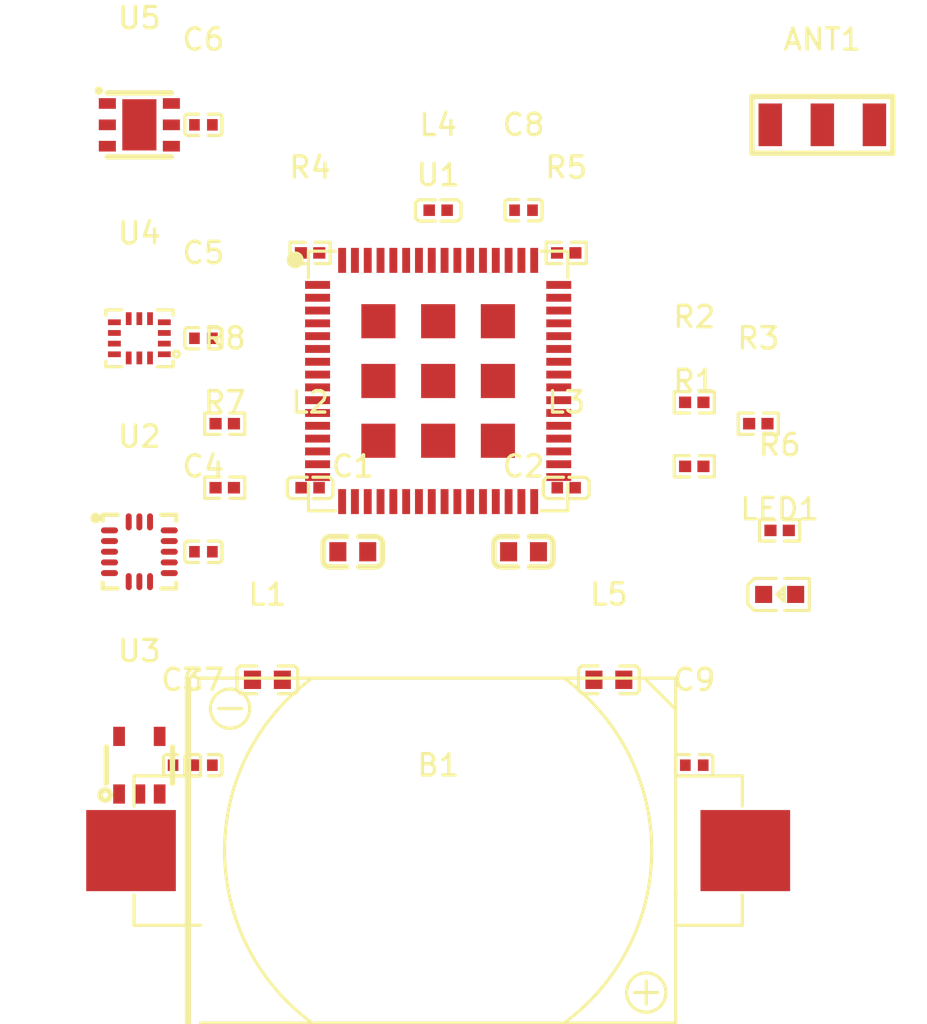
<source format=kicad_pcb>
(kicad_pcb (version 20241229) (generator "atopile") (generator_version "0.12.4")
  (layers (0 "F.Cu" signal) (31 "B.Cu" signal) (34 "B.Paste" user) (35 "F.Paste" user) (36 "B.SilkS" user "B.Silkscreen") (37 "F.SilkS" user "F.Silkscreen") (38 "B.Mask" user) (39 "F.Mask" user) (44 "Edge.Cuts" user))
  (net 0 "")
  (net 1 "PC13")
  (net 2 "PA2_UART2_TX")
  (net 3 "PA3_UART2_RX")
  (net 4 "PC0")
  (net 7 "VLXSMPS")
  (net 8 "PC6")
  (net 9 "PC4")
  (net 11 "PB7_UART1_RX")
  (net 18 "PA4")
  (net 19 "PA5")
  (net 20 "PB9")
  (net 22 "PB15")
  (net 23 "swdio")
  (net 26 "PC1")
  (net 29 "swclk")
  (net 30 "PC5")
  (net 31 "VREFpos")
  (net 32 "VFBSMPS")
  (net 39 "PC3")
  (net 6 "PB1")
  (net 41 "PA10")
  (net 43 "PA7")
  (net 44 "PB13")
  (net 45 "PB10")
  (net 47 "PA6")
  (net 48 "footprint-net-3")
  (net 50 "footprint-net-2")
  (net 51 "PB14")
  (net 52 "VDDMPS")
  (net 53 "PB12")
  (net 56 "PA8")
  (net 57 "nrst")
  (net 58 "PC2")
  (net 59 "PA11")
  (net 60 "PA9")
  (net 61 "PB11")
  (net 62 "BOOT0")
  (net 65 "PA12")
  (net 12 "footprint-net-0")
  (net 66 "footprint-net-1")
  (net 94 "ADC1")
  (net 95 "vbat")
  (net 96 "footprint-SDO_SA0-1")
  (net 97 "footprint-INT2-1")
  (net 99 "activation")
  (net 100 "footprint-CS-0")
  (net 101 "footprint-net-5")
  (net 102 "A")
  (net 103 "ADC2")
  (net 104 "SCX")
  (net 105 "led_status")
  (net 106 "footprint-CS-1")
  (net 107 "gnd")
  (net 108 "CS_AUX")
  (net 109 "INT1")
  (net 110 "RES")
  (net 111 "adc_ntc")
  (net 112 "footprint-INT2-0")
  (net 113 "footprint-net-4")
  (net 115 "ADC3")
  (net 116 "vcc")
  (net 117 "SDX")
  (net 118 "footprint-SDO_SA0-0")
  (net 119 "SDO_SUX")
  (net 15 "Dummy")
  (net 16 "Feed")
  (net 17 "RF_OUT")
  (net 5 "i2c_scl")
  (net 21 "i2c_sda")
  (net 10 "ADDR")
  (net 14 "EP")
  (net 24 "DRDY_INT")
  (footprint "RAKwireless_RAK3172_SIP_8_SM_NI:LGA-73_L12.0-W12.0-P0.60-TL" (layer "F.Cu") (at 0 0 0)
    (property "Reference" "U1" (at 0 -9.65 0) (layer "F.SilkS") (hide no))
    (property "Value" "")
    (fp_text user "${REFERENCE}" (at 0 -9.65 0) (layer "F.SilkS"))
    (pad "1" smd rect (at -5.65 -4.5 0) (size 1.17 0.37) (layers "F.Cu" "F.Paste" "F.Mask") (net 23 "swdio"))
    (pad "2" smd rect (at -5.65 -3.9 0) (size 1.17 0.37) (layers "F.Cu" "F.Paste" "F.Mask") (net 29 "swclk"))
    (pad "3" smd rect (at -5.65 -3.3 0) (size 1.17 0.37) (layers "F.Cu" "F.Paste" "F.Mask") (net 116 "vcc"))
    (pad "4" smd rect (at -5.65 -2.7 0) (size 1.17 0.37) (layers "F.Cu" "F.Paste" "F.Mask") (net 95 "vbat"))
    (pad "5" smd rect (at -5.65 -2.1 0) (size 1.17 0.37) (layers "F.Cu" "F.Paste" "F.Mask") (net 1 "PC13"))
    (pad "6" smd rect (at -5.65 -1.5 0) (size 1.17 0.37) (layers "F.Cu" "F.Paste" "F.Mask") (net 31 "VREFpos"))
    (pad "7" smd rect (at -5.65 -0.9 0) (size 1.17 0.37) (layers "F.Cu" "F.Paste" "F.Mask") (net 116 "vcc"))
    (pad "8" smd rect (at -5.65 -0.3 0) (size 1.17 0.37) (layers "F.Cu" "F.Paste" "F.Mask") (net 5 "i2c_scl"))
    (pad "9" smd rect (at -5.65 0.3 0) (size 1.17 0.37) (layers "F.Cu" "F.Paste" "F.Mask") (net 22 "PB15"))
    (pad "10" smd rect (at -5.65 0.9 0) (size 1.17 0.37) (layers "F.Cu" "F.Paste" "F.Mask") (net 32 "VFBSMPS"))
    (pad "11" smd rect (at -5.65 1.5 0) (size 1.17 0.37) (layers "F.Cu" "F.Paste" "F.Mask") (net 52 "VDDMPS"))
    (pad "12" smd rect (at -5.65 2.1 0) (size 1.17 0.37) (layers "F.Cu" "F.Paste" "F.Mask") (net 107 "gnd"))
    (pad "13" smd rect (at -5.65 2.7 0) (size 1.17 0.37) (layers "F.Cu" "F.Paste" "F.Mask") (net 7 "VLXSMPS"))
    (pad "14" smd rect (at -5.65 3.3 0) (size 1.17 0.37) (layers "F.Cu" "F.Paste" "F.Mask") (net 97 "footprint-INT2-1"))
    (pad "15" smd rect (at -5.65 3.9 0) (size 1.17 0.37) (layers "F.Cu" "F.Paste" "F.Mask") (net 109 "INT1"))
    (pad "16" smd rect (at -5.65 4.5 0) (size 1.17 0.37) (layers "F.Cu" "F.Paste" "F.Mask") (net 105 "led_status"))
    (pad "17" smd rect (at -4.5 5.65 0) (size 0.37 1.17) (layers "F.Cu" "F.Paste" "F.Mask") (net 21 "i2c_sda"))
    (pad "18" smd rect (at -3.9 5.65 0) (size 0.37 1.17) (layers "F.Cu" "F.Paste" "F.Mask") (net 11 "PB7_UART1_RX"))
    (pad "19" smd rect (at -3.3 5.65 0) (size 0.37 1.17) (layers "F.Cu" "F.Paste" "F.Mask") (net 24 "DRDY_INT"))
    (pad "20" smd rect (at -2.7 5.65 0) (size 0.37 1.17) (layers "F.Cu" "F.Paste" "F.Mask") (net 20 "PB9"))
    (pad "21" smd rect (at -2.1 5.65 0) (size 0.37 1.17) (layers "F.Cu" "F.Paste" "F.Mask") (net 4 "PC0"))
    (pad "22" smd rect (at -1.5 5.65 0) (size 0.37 1.17) (layers "F.Cu" "F.Paste" "F.Mask") (net 26 "PC1"))
    (pad "23" smd rect (at -0.9 5.65 0) (size 0.37 1.17) (layers "F.Cu" "F.Paste" "F.Mask") (net 58 "PC2"))
    (pad "24" smd rect (at -0.3 5.65 0) (size 0.37 1.17) (layers "F.Cu" "F.Paste" "F.Mask") (net 39 "PC3"))
    (pad "25" smd rect (at 0.3 5.65 0) (size 0.37 1.17) (layers "F.Cu" "F.Paste" "F.Mask") (net 9 "PC4"))
    (pad "26" smd rect (at 0.9 5.65 0) (size 0.37 1.17) (layers "F.Cu" "F.Paste" "F.Mask") (net 30 "PC5"))
    (pad "27" smd rect (at 1.5 5.65 0) (size 0.37 1.17) (layers "F.Cu" "F.Paste" "F.Mask") (net 8 "PC6"))
    (pad "28" smd rect (at 2.1 5.65 0) (size 0.37 1.17) (layers "F.Cu" "F.Paste" "F.Mask") (net 107 "gnd"))
    (pad "29" smd rect (at 2.7 5.65 0) (size 0.37 1.17) (layers "F.Cu" "F.Paste" "F.Mask") (net 2 "PA2_UART2_TX"))
    (pad "30" smd rect (at 3.3 5.65 0) (size 0.37 1.17) (layers "F.Cu" "F.Paste" "F.Mask") (net 3 "PA3_UART2_RX"))
    (pad "31" smd rect (at 3.9 5.65 0) (size 0.37 1.17) (layers "F.Cu" "F.Paste" "F.Mask") (net 18 "PA4"))
    (pad "32" smd rect (at 4.5 5.65 0) (size 0.37 1.17) (layers "F.Cu" "F.Paste" "F.Mask") (net 19 "PA5"))
    (pad "33" smd rect (at 5.65 4.5 0) (size 1.17 0.37) (layers "F.Cu" "F.Paste" "F.Mask") (net 47 "PA6"))
    (pad "34" smd rect (at 5.65 3.9 0) (size 1.17 0.37) (layers "F.Cu" "F.Paste" "F.Mask") (net 43 "PA7"))
    (pad "35" smd rect (at 5.65 3.3 0) (size 1.17 0.37) (layers "F.Cu" "F.Paste" "F.Mask") (net 107 "gnd"))
    (pad "36" smd rect (at 5.65 2.7 0) (size 1.17 0.37) (layers "F.Cu" "F.Paste" "F.Mask") (net 107 "gnd"))
    (pad "37" smd rect (at 5.65 2.1 0) (size 1.17 0.37) (layers "F.Cu" "F.Paste" "F.Mask") (net 17 "RF_OUT"))
    (pad "38" smd rect (at 5.65 1.5 0) (size 1.17 0.37) (layers "F.Cu" "F.Paste" "F.Mask") (net 107 "gnd"))
    (pad "39" smd rect (at 5.65 0.9 0) (size 1.17 0.37) (layers "F.Cu" "F.Paste" "F.Mask") (net 107 "gnd"))
    (pad "40" smd rect (at 5.65 0.3 0) (size 1.17 0.37) (layers "F.Cu" "F.Paste" "F.Mask") (net 50 "footprint-net-2"))
    (pad "41" smd rect (at 5.65 -0.3 0) (size 1.17 0.37) (layers "F.Cu" "F.Paste" "F.Mask") (net 48 "footprint-net-3"))
    (pad "42" smd rect (at 5.65 -0.9 0) (size 1.17 0.37) (layers "F.Cu" "F.Paste" "F.Mask") (net 99 "activation"))
    (pad "43" smd rect (at 5.65 -1.5 0) (size 1.17 0.37) (layers "F.Cu" "F.Paste" "F.Mask") (net 62 "BOOT0"))
    (pad "44" smd rect (at 5.65 -2.1 0) (size 1.17 0.37) (layers "F.Cu" "F.Paste" "F.Mask") (net 57 "nrst"))
    (pad "45" smd rect (at 5.65 -2.7 0) (size 1.17 0.37) (layers "F.Cu" "F.Paste" "F.Mask") (net 111 "adc_ntc"))
    (pad "46" smd rect (at 5.65 -3.3 0) (size 1.17 0.37) (layers "F.Cu" "F.Paste" "F.Mask") (net 107 "gnd"))
    (pad "47" smd rect (at 5.65 -3.9 0) (size 1.17 0.37) (layers "F.Cu" "F.Paste" "F.Mask") (net 107 "gnd"))
    (pad "48" smd rect (at 5.65 -4.5 0) (size 1.17 0.37) (layers "F.Cu" "F.Paste" "F.Mask") (net 61 "PB11"))
    (pad "49" smd rect (at 4.5 -5.65 0) (size 0.37 1.17) (layers "F.Cu" "F.Paste" "F.Mask") (net 45 "PB10"))
    (pad "50" smd rect (at 3.9 -5.65 0) (size 0.37 1.17) (layers "F.Cu" "F.Paste" "F.Mask") (net 60 "PA9"))
    (pad "51" smd rect (at 3.3 -5.65 0) (size 0.37 1.17) (layers "F.Cu" "F.Paste" "F.Mask") (net 56 "PA8"))
    (pad "52" smd rect (at 2.7 -5.65 0) (size 0.37 1.17) (layers "F.Cu" "F.Paste" "F.Mask") (net 107 "gnd"))
    (pad "53" smd rect (at 2.1 -5.65 0) (size 0.37 1.17) (layers "F.Cu" "F.Paste" "F.Mask") (net 116 "vcc"))
    (pad "54" smd rect (at 1.5 -5.65 0) (size 0.37 1.17) (layers "F.Cu" "F.Paste" "F.Mask") (net 116 "vcc"))
    (pad "55" smd rect (at 0.9 -5.65 0) (size 0.37 1.17) (layers "F.Cu" "F.Paste" "F.Mask") (net 116 "vcc"))
    (pad "56" smd rect (at 0.3 -5.65 0) (size 0.37 1.17) (layers "F.Cu" "F.Paste" "F.Mask") (net 107 "gnd"))
    (pad "57" smd rect (at -0.3 -5.65 0) (size 0.37 1.17) (layers "F.Cu" "F.Paste" "F.Mask") (net 6 "PB1"))
    (pad "58" smd rect (at -0.9 -5.65 0) (size 0.37 1.17) (layers "F.Cu" "F.Paste" "F.Mask") (net 112 "footprint-INT2-0"))
    (pad "59" smd rect (at -1.5 -5.65 0) (size 0.37 1.17) (layers "F.Cu" "F.Paste" "F.Mask") (net 53 "PB12"))
    (pad "60" smd rect (at -2.1 -5.65 0) (size 0.37 1.17) (layers "F.Cu" "F.Paste" "F.Mask") (net 44 "PB13"))
    (pad "61" smd rect (at -2.7 -5.65 0) (size 0.37 1.17) (layers "F.Cu" "F.Paste" "F.Mask") (net 51 "PB14"))
    (pad "62" smd rect (at -3.3 -5.65 0) (size 0.37 1.17) (layers "F.Cu" "F.Paste" "F.Mask") (net 41 "PA10"))
    (pad "63" smd rect (at -3.9 -5.65 0) (size 0.37 1.17) (layers "F.Cu" "F.Paste" "F.Mask") (net 59 "PA11"))
    (pad "64" smd rect (at -4.5 -5.65 0) (size 0.37 1.17) (layers "F.Cu" "F.Paste" "F.Mask") (net 65 "PA12"))
    (pad "65" smd rect (at -2.8 -2.8 0) (size 1.6 1.6) (layers "F.Cu" "F.Paste" "F.Mask") (net 107 "gnd"))
    (pad "66" smd rect (at 0 -2.8 0) (size 1.6 1.6) (layers "F.Cu" "F.Paste" "F.Mask") (net 107 "gnd"))
    (pad "67" smd rect (at 2.8 -2.8 0) (size 1.6 1.6) (layers "F.Cu" "F.Paste" "F.Mask") (net 107 "gnd"))
    (pad "68" smd rect (at -2.8 0 0) (size 1.6 1.6) (layers "F.Cu" "F.Paste" "F.Mask") (net 107 "gnd"))
    (pad "69" smd rect (at 0 0 0) (size 1.6 1.6) (layers "F.Cu" "F.Paste" "F.Mask") (net 107 "gnd"))
    (pad "70" smd rect (at 2.8 0 0) (size 1.6 1.6) (layers "F.Cu" "F.Paste" "F.Mask") (net 107 "gnd"))
    (pad "71" smd rect (at -2.8 2.8 0) (size 1.6 1.6) (layers "F.Cu" "F.Paste" "F.Mask") (net 107 "gnd"))
    (pad "72" smd rect (at 0 2.8 0) (size 1.6 1.6) (layers "F.Cu" "F.Paste" "F.Mask") (net 107 "gnd"))
    (pad "73" smd rect (at 2.8 2.8 0) (size 1.6 1.6) (layers "F.Cu" "F.Paste" "F.Mask") (net 107 "gnd"))
  )
  (footprint "Murata_Electronics_GRM155R61A475KEAAD:C0402" (layer "F.Cu") (at -12 18 0)
    (property "Reference" "C3" (at 0 -4 0) (layer "F.SilkS") (hide no))
    (property "Value" "4.7µF ±10% 10V X5R")
    (fp_text user "${REFERENCE}" (at 0 -4 0) (layer "F.SilkS"))
    (pad "2" smd rect (at 0.42 0 0) (size 0.5 0.54) (layers "F.Cu" "F.Paste" "F.Mask") (net 107 "gnd"))
    (pad "1" smd rect (at -0.42 0 0) (size 0.5 0.54) (layers "F.Cu" "F.Paste" "F.Mask") (net 116 "vcc"))
  )
  (footprint "YAGEO_CC0402KRX7R9BB104:C0402" (layer "F.Cu") (at -11 8 0)
    (property "Reference" "C4" (at 0 -4 0) (layer "F.SilkS") (hide no))
    (property "Value" "100nF ±10% 50V X7R")
    (fp_text user "${REFERENCE}" (at 0 -4 0) (layer "F.SilkS"))
    (pad "2" smd rect (at 0.42 0 0) (size 0.5 0.54) (layers "F.Cu" "F.Paste" "F.Mask") (net 107 "gnd"))
    (pad "1" smd rect (at -0.42 0 0) (size 0.5 0.54) (layers "F.Cu" "F.Paste" "F.Mask") (net 116 "vcc"))
  )
  (footprint "Murata_Electronics_GRM155R61A475KEAAD:C0402" (layer "F.Cu") (at 12 18 0)
    (property "Reference" "C9" (at 0 -4 0) (layer "F.SilkS") (hide no))
    (property "Value" "4.7µF ±10% 10V X5R")
    (fp_text user "${REFERENCE}" (at 0 -4 0) (layer "F.SilkS"))
    (pad "2" smd rect (at 0.42 0 0) (size 0.5 0.54) (layers "F.Cu" "F.Paste" "F.Mask") (net 107 "gnd"))
    (pad "1" smd rect (at -0.42 0 0) (size 0.5 0.54) (layers "F.Cu" "F.Paste" "F.Mask") (net 116 "vcc"))
  )
  (footprint "Murata_Electronics_LQM18FN100M00D:L0603" (layer "F.Cu") (at -8 14 0)
    (property "Reference" "L1" (at 0 -4 0) (layer "F.SilkS") (hide no))
    (property "Value" "10µH ±20% 30MHz 50mA 1.17Ω")
    (fp_text user "${REFERENCE}" (at 0 -4 0) (layer "F.SilkS"))
    (pad "1" smd rect (at -0.7 0 180) (size 0.8 0.86) (layers "F.Cu" "F.Paste" "F.Mask") (net 116 "vcc"))
    (pad "2" smd rect (at 0.7 0 180) (size 0.8 0.86) (layers "F.Cu" "F.Paste" "F.Mask") (net 116 "vcc"))
  )
  (footprint "YAGEO_RC0402FR_0710KL:R0402" (layer "F.Cu") (at 12 4 0)
    (property "Reference" "R1" (at 0 -4 0) (layer "F.SilkS") (hide no))
    (property "Value" "10kΩ ±1% 62.5mW")
    (fp_text user "${REFERENCE}" (at 0 -4 0) (layer "F.SilkS"))
    (pad "2" smd rect (at 0.43 0 0) (size 0.57 0.54) (layers "F.Cu" "F.Paste" "F.Mask") (net 107 "gnd"))
    (pad "1" smd rect (at -0.43 0 0) (size 0.57 0.54) (layers "F.Cu" "F.Paste" "F.Mask") (net 116 "vcc"))
  )
  (footprint "Murata_Electronics_NCP15XH103F03RC:R0402" (layer "F.Cu") (at 15 2 0)
    (property "Reference" "R3" (at 0 -4 0) (layer "F.SilkS") (hide no))
    (property "Value" "")
    (fp_text user "${REFERENCE}" (at 0 -4 0) (layer "F.SilkS"))
    (pad "2" smd rect (at 0.43 0 0) (size 0.57 0.54) (layers "F.Cu" "F.Paste" "F.Mask") (net 107 "gnd"))
    (pad "1" smd rect (at -0.43 0 0) (size 0.57 0.54) (layers "F.Cu" "F.Paste" "F.Mask") (net 111 "adc_ntc"))
  )
  (footprint "YAGEO_RC0402FR_0710KL:R0402" (layer "F.Cu") (at -6 -6 0)
    (property "Reference" "R4" (at 0 -4 0) (layer "F.SilkS") (hide no))
    (property "Value" "10kΩ ±1% 62.5mW")
    (fp_text user "${REFERENCE}" (at 0 -4 0) (layer "F.SilkS"))
    (pad "2" smd rect (at 0.43 0 0) (size 0.57 0.54) (layers "F.Cu" "F.Paste" "F.Mask") (net 111 "adc_ntc"))
    (pad "1" smd rect (at -0.43 0 0) (size 0.57 0.54) (layers "F.Cu" "F.Paste" "F.Mask") (net 116 "vcc"))
  )
  (footprint "YAGEO_RC0402FR_0710KL:R0402" (layer "F.Cu") (at 12 1 0)
    (property "Reference" "R2" (at 0 -4 0) (layer "F.SilkS") (hide no))
    (property "Value" "10kΩ ±1% 62.5mW")
    (fp_text user "${REFERENCE}" (at 0 -4 0) (layer "F.SilkS"))
    (pad "2" smd rect (at 0.43 0 0) (size 0.57 0.54) (layers "F.Cu" "F.Paste" "F.Mask") (net 66 "footprint-net-1"))
    (pad "1" smd rect (at -0.43 0 0) (size 0.57 0.54) (layers "F.Cu" "F.Paste" "F.Mask") (net 12 "footprint-net-0"))
  )
  (footprint "YAGEO_RC0402JR_074K7L:R0402" (layer "F.Cu") (at -10 5 0)
    (property "Reference" "R7" (at 0 -4 0) (layer "F.SilkS") (hide no))
    (property "Value" "4.7kΩ ±5% 62.5mW")
    (fp_text user "${REFERENCE}" (at 0 -4 0) (layer "F.SilkS"))
    (pad "2" smd rect (at 0.43 0 0) (size 0.57 0.54) (layers "F.Cu" "F.Paste" "F.Mask") (net 21 "i2c_sda"))
    (pad "1" smd rect (at -0.43 0 0) (size 0.57 0.54) (layers "F.Cu" "F.Paste" "F.Mask") (net 116 "vcc"))
  )
  (footprint "YAGEO_RC0402JR_074K7L:R0402" (layer "F.Cu") (at -10 2 0)
    (property "Reference" "R8" (at 0 -4 0) (layer "F.SilkS") (hide no))
    (property "Value" "4.7kΩ ±5% 62.5mW")
    (fp_text user "${REFERENCE}" (at 0 -4 0) (layer "F.SilkS"))
    (pad "2" smd rect (at 0.43 0 0) (size 0.57 0.54) (layers "F.Cu" "F.Paste" "F.Mask") (net 5 "i2c_scl"))
    (pad "1" smd rect (at -0.43 0 0) (size 0.57 0.54) (layers "F.Cu" "F.Paste" "F.Mask") (net 116 "vcc"))
  )
  (footprint "Q_J_CR2032_BS_6_1:BAT-TH_CR2032-BS-6-1" (layer "F.Cu") (at 0 22 0)
    (property "Reference" "B1" (at 0 -4 0) (layer "F.SilkS") (hide no))
    (property "Value" "")
    (fp_text user "${REFERENCE}" (at 0 -4 0) (layer "F.SilkS"))
    (pad "1" smd rect (at 14.39 0 0) (size 4.2 3.8) (layers "F.Cu" "F.Paste" "F.Mask") (net 95 "vbat"))
    (pad "2" smd rect (at -14.39 0 0) (size 4.2 3.8) (layers "F.Cu" "F.Paste" "F.Mask") (net 107 "gnd"))
  )
  (footprint "Everlight_Elec_19_217_GHC_YR1S2_3T:LED0603-RD" (layer "F.Cu") (at 16 10 0)
    (property "Reference" "LED1" (at 0 -4 0) (layer "F.SilkS") (hide no))
    (property "Value" "")
    (fp_text user "${REFERENCE}" (at 0 -4 0) (layer "F.SilkS"))
    (pad "2" smd rect (at 0.75 0 90) (size 0.8 0.8) (layers "F.Cu" "F.Paste" "F.Mask") (net 102 "A"))
    (pad "1" smd rect (at -0.75 0 90) (size 0.8 0.8) (layers "F.Cu" "F.Paste" "F.Mask") (net 107 "gnd"))
  )
  (footprint "Murata_Electronics_BLM15PD121SN1D:L0402" (layer "F.Cu") (at -6 5 0)
    (property "Reference" "L2" (at 0 -4 0) (layer "F.SilkS") (hide no))
    (property "Value" "")
    (fp_text user "${REFERENCE}" (at 0 -4 0) (layer "F.SilkS"))
    (pad "2" smd rect (at 0.42 0 0) (size 0.54 0.54) (layers "F.Cu" "F.Paste" "F.Mask") (net 116 "vcc"))
    (pad "1" smd rect (at -0.42 0 0) (size 0.54 0.54) (layers "F.Cu" "F.Paste" "F.Mask") (net 95 "vbat"))
  )
  (footprint "Murata_Electronics_BLM15PD121SN1D:L0402" (layer "F.Cu") (at 6 5 0)
    (property "Reference" "L3" (at 0 -4 0) (layer "F.SilkS") (hide no))
    (property "Value" "")
    (fp_text user "${REFERENCE}" (at 0 -4 0) (layer "F.SilkS"))
    (pad "2" smd rect (at 0.42 0 0) (size 0.54 0.54) (layers "F.Cu" "F.Paste" "F.Mask") (net 116 "vcc"))
    (pad "1" smd rect (at -0.42 0 0) (size 0.54 0.54) (layers "F.Cu" "F.Paste" "F.Mask") (net 116 "vcc"))
  )
  (footprint "Murata_Electronics_BLM15PD121SN1D:L0402" (layer "F.Cu") (at 0 -8 0)
    (property "Reference" "L4" (at 0 -4 0) (layer "F.SilkS") (hide no))
    (property "Value" "")
    (fp_text user "${REFERENCE}" (at 0 -4 0) (layer "F.SilkS"))
    (pad "2" smd rect (at 0.42 0 0) (size 0.54 0.54) (layers "F.Cu" "F.Paste" "F.Mask") (net 116 "vcc"))
    (pad "1" smd rect (at -0.42 0 0) (size 0.54 0.54) (layers "F.Cu" "F.Paste" "F.Mask") (net 116 "vcc"))
  )
  (footprint "YAGEO_RC0402FR_0710KL:R0402" (layer "F.Cu") (at 6 -6 0)
    (property "Reference" "R5" (at 0 -4 0) (layer "F.SilkS") (hide no))
    (property "Value" "10kΩ ±1% 62.5mW")
    (fp_text user "${REFERENCE}" (at 0 -4 0) (layer "F.SilkS"))
    (pad "2" smd rect (at 0.43 0 0) (size 0.57 0.54) (layers "F.Cu" "F.Paste" "F.Mask") (net 99 "activation"))
    (pad "1" smd rect (at -0.43 0 0) (size 0.57 0.54) (layers "F.Cu" "F.Paste" "F.Mask") (net 116 "vcc"))
  )
  (footprint "YAGEO_RC0402JR_071KL:R0402" (layer "F.Cu") (at 16 7 0)
    (property "Reference" "R6" (at 0 -4 0) (layer "F.SilkS") (hide no))
    (property "Value" "1kΩ ±5% 62.5mW")
    (fp_text user "${REFERENCE}" (at 0 -4 0) (layer "F.SilkS"))
    (pad "2" smd rect (at 0.43 0 0) (size 0.57 0.54) (layers "F.Cu" "F.Paste" "F.Mask") (net 102 "A"))
    (pad "1" smd rect (at -0.43 0 0) (size 0.57 0.54) (layers "F.Cu" "F.Paste" "F.Mask") (net 105 "led_status"))
  )
  (footprint "STMicroelectronics_LIS3DHTR:LGA-16_L3.0-W3.0-P0.50-TL" (layer "F.Cu") (at -14 8 0)
    (property "Reference" "U2" (at 0 -5.4 0) (layer "F.SilkS") (hide no))
    (property "Value" "")
    (fp_text user "${REFERENCE}" (at 0 -5.4 0) (layer "F.SilkS"))
    (pad "1" smd oval (at -1.4 -1 0) (size 0.8 0.28) (layers "F.Cu" "F.Paste" "F.Mask") (net 116 "vcc"))
    (pad "2" smd oval (at -1.4 -0.5 0) (size 0.8 0.28) (layers "F.Cu" "F.Paste" "F.Mask") (net 113 "footprint-net-4"))
    (pad "3" smd oval (at -1.4 0 0) (size 0.8 0.28) (layers "F.Cu" "F.Paste" "F.Mask") (net 101 "footprint-net-5"))
    (pad "4" smd oval (at -1.4 0.5 0) (size 0.8 0.28) (layers "F.Cu" "F.Paste" "F.Mask") (net 5 "i2c_scl"))
    (pad "5" smd oval (at -1.4 1 0) (size 0.8 0.28) (layers "F.Cu" "F.Paste" "F.Mask") (net 107 "gnd"))
    (pad "6" smd oval (at -0.5 1.4 0) (size 0.28 0.8) (layers "F.Cu" "F.Paste" "F.Mask") (net 21 "i2c_sda"))
    (pad "7" smd oval (at 0 1.4 0) (size 0.28 0.8) (layers "F.Cu" "F.Paste" "F.Mask") (net 118 "footprint-SDO_SA0-0"))
    (pad "8" smd oval (at 0.5 1.4 0) (size 0.28 0.8) (layers "F.Cu" "F.Paste" "F.Mask") (net 100 "footprint-CS-0"))
    (pad "9" smd oval (at 1.4 1 0) (size 0.8 0.28) (layers "F.Cu" "F.Paste" "F.Mask") (net 97 "footprint-INT2-1"))
    (pad "10" smd oval (at 1.4 0.5 0) (size 0.8 0.28) (layers "F.Cu" "F.Paste" "F.Mask") (net 110 "RES"))
    (pad "11" smd oval (at 1.4 0 0) (size 0.8 0.28) (layers "F.Cu" "F.Paste" "F.Mask") (net 109 "INT1"))
    (pad "12" smd oval (at 1.4 -0.5 0) (size 0.8 0.28) (layers "F.Cu" "F.Paste" "F.Mask") (net 107 "gnd"))
    (pad "13" smd oval (at 1.4 -1 0) (size 0.8 0.28) (layers "F.Cu" "F.Paste" "F.Mask") (net 115 "ADC3"))
    (pad "14" smd oval (at 0.5 -1.4 0) (size 0.28 0.8) (layers "F.Cu" "F.Paste" "F.Mask") (net 116 "vcc"))
    (pad "15" smd oval (at 0 -1.4 0) (size 0.28 0.8) (layers "F.Cu" "F.Paste" "F.Mask") (net 103 "ADC2"))
    (pad "16" smd oval (at -0.5 -1.4 0) (size 0.28 0.8) (layers "F.Cu" "F.Paste" "F.Mask") (net 94 "ADC1"))
  )
  (footprint "FMD_FT24C02A_KLR_T:SOT-23-5_L2.9-W1.5-P0.95-LS2.8-BL" (layer "F.Cu") (at -14 18 0)
    (property "Reference" "U3" (at 0 -5.35 0) (layer "F.SilkS") (hide no))
    (property "Value" "")
    (fp_text user "${REFERENCE}" (at 0 -5.35 0) (layer "F.SilkS"))
    (pad "5" smd rect (at -0.95 -1.35 0) (size 0.55 0.9) (layers "F.Cu" "F.Paste" "F.Mask") (net 107 "gnd"))
    (pad "4" smd rect (at 0.95 -1.35 0) (size 0.55 0.9) (layers "F.Cu" "F.Paste" "F.Mask") (net 116 "vcc"))
    (pad "3" smd rect (at 0.95 1.35 0) (size 0.55 0.9) (layers "F.Cu" "F.Paste" "F.Mask") (net 21 "i2c_sda"))
    (pad "2" smd rect (at 0 1.35 0) (size 0.55 0.9) (layers "F.Cu" "F.Paste" "F.Mask") (net 107 "gnd"))
    (pad "1" smd rect (at -0.95 1.35 0) (size 0.55 0.9) (layers "F.Cu" "F.Paste" "F.Mask") (net 5 "i2c_scl"))
  )
  (footprint "QST_QMI8658C:LGA-14_L3.0-W2.5-P0.50-BR" (layer "F.Cu") (at -14 -2 0)
    (property "Reference" "U4" (at 0 -4.92 0) (layer "F.SilkS") (hide no))
    (property "Value" "")
    (fp_text user "${REFERENCE}" (at 0 -4.92 0) (layer "F.SilkS"))
    (pad "1" smd rect (at 1.17 0.75 0) (size 0.6 0.27) (layers "F.Cu" "F.Paste" "F.Mask") (net 96 "footprint-SDO_SA0-1"))
    (pad "2" smd rect (at 1.17 0.25 0) (size 0.6 0.27) (layers "F.Cu" "F.Paste" "F.Mask") (net 117 "SDX"))
    (pad "3" smd rect (at 1.17 -0.25 0) (size 0.6 0.27) (layers "F.Cu" "F.Paste" "F.Mask") (net 104 "SCX"))
    (pad "4" smd rect (at 1.17 -0.75 0) (size 0.6 0.27) (layers "F.Cu" "F.Paste" "F.Mask") (net 107 "gnd"))
    (pad "5" smd rect (at 0.5 -0.92 0) (size 0.27 0.6) (layers "F.Cu" "F.Paste" "F.Mask") (net 116 "vcc"))
    (pad "6" smd rect (at 0 -0.92 0) (size 0.27 0.6) (layers "F.Cu" "F.Paste" "F.Mask") (net 107 "gnd"))
    (pad "7" smd rect (at -0.5 -0.92 0) (size 0.27 0.6) (layers "F.Cu" "F.Paste" "F.Mask") (net 107 "gnd"))
    (pad "8" smd rect (at -1.17 -0.75 0) (size 0.6 0.27) (layers "F.Cu" "F.Paste" "F.Mask") (net 116 "vcc"))
    (pad "9" smd rect (at -1.17 -0.25 0) (size 0.6 0.27) (layers "F.Cu" "F.Paste" "F.Mask") (net 112 "footprint-INT2-0"))
    (pad "10" smd rect (at -1.17 0.25 0) (size 0.6 0.27) (layers "F.Cu" "F.Paste" "F.Mask") (net 108 "CS_AUX"))
    (pad "11" smd rect (at -1.17 0.75 0) (size 0.6 0.27) (layers "F.Cu" "F.Paste" "F.Mask") (net 119 "SDO_SUX"))
    (pad "12" smd rect (at -0.5 0.92 0) (size 0.27 0.6) (layers "F.Cu" "F.Paste" "F.Mask") (net 106 "footprint-CS-1"))
    (pad "13" smd rect (at 0 0.92 0) (size 0.27 0.6) (layers "F.Cu" "F.Paste" "F.Mask") (net 5 "i2c_scl"))
    (pad "14" smd rect (at 0.5 0.92 0) (size 0.27 0.6) (layers "F.Cu" "F.Paste" "F.Mask") (net 21 "i2c_sda"))
  )
  (footprint "KYOCERA_AVX_M620720:ANT-SMD_3P-L6.0-W2.0_M620720" (layer "F.Cu") (at 18 -12 0)
    (property "Reference" "ANT1" (at 0 -4 0) (layer "F.SilkS") (hide no))
    (property "Value" "")
    (fp_text user "${REFERENCE}" (at 0 -4 0) (layer "F.SilkS"))
    (pad "3" smd rect (at 2.44 0 0) (size 1.1 2) (layers "F.Cu" "F.Paste" "F.Mask") (net 107 "gnd"))
    (pad "2" smd rect (at 0 0 0) (size 1.1 2) (layers "F.Cu" "F.Paste" "F.Mask") (net 15 "Dummy"))
    (pad "1" smd rect (at -2.44 0 0) (size 1.1 2) (layers "F.Cu" "F.Paste" "F.Mask") (net 16 "Feed"))
  )
  (footprint "YAGEO_CC0603KRX7R9BB104:C0603" (layer "F.Cu") (at -4 8 0)
    (property "Reference" "C1" (at 0 -4 0) (layer "F.SilkS") (hide no))
    (property "Value" "100nF ±10% 50V X7R")
    (fp_text user "${REFERENCE}" (at 0 -4 0) (layer "F.SilkS"))
    (pad "2" smd rect (at 0.7 0 0) (size 0.8 0.9) (layers "F.Cu" "F.Paste" "F.Mask") (net 107 "gnd"))
    (pad "1" smd rect (at -0.7 0 0) (size 0.8 0.9) (layers "F.Cu" "F.Paste" "F.Mask") (net 17 "RF_OUT"))
  )
  (footprint "YAGEO_CC0603KRX7R9BB104:C0603" (layer "F.Cu") (at 4 8 0)
    (property "Reference" "C2" (at 0 -4 0) (layer "F.SilkS") (hide no))
    (property "Value" "100nF ±10% 50V X7R")
    (fp_text user "${REFERENCE}" (at 0 -4 0) (layer "F.SilkS"))
    (pad "2" smd rect (at 0.7 0 0) (size 0.8 0.9) (layers "F.Cu" "F.Paste" "F.Mask") (net 107 "gnd"))
    (pad "1" smd rect (at -0.7 0 0) (size 0.8 0.9) (layers "F.Cu" "F.Paste" "F.Mask") (net 16 "Feed"))
  )
  (footprint "Murata_Electronics_LQM18FN100M00D:L0603" (layer "F.Cu") (at 8 14 0)
    (property "Reference" "L5" (at 0 -4 0) (layer "F.SilkS") (hide no))
    (property "Value" "10µH ±20% 30MHz 50mA 1.17Ω")
    (fp_text user "${REFERENCE}" (at 0 -4 0) (layer "F.SilkS"))
    (pad "1" smd rect (at -0.7 0 180) (size 0.8 0.86) (layers "F.Cu" "F.Paste" "F.Mask") (net 17 "RF_OUT"))
    (pad "2" smd rect (at 0.7 0 180) (size 0.8 0.86) (layers "F.Cu" "F.Paste" "F.Mask") (net 16 "Feed"))
  )
  (footprint "Texas_Instruments_HDC2080DMBR:WSON-6_L3.0-W3.0-P1.00-TL-EP" (layer "F.Cu") (at -14 -12 0)
    (property "Reference" "U5" (at 0 -5 0) (layer "F.SilkS") (hide no))
    (property "Value" "")
    (fp_text user "${REFERENCE}" (at 0 -5 0) (layer "F.SilkS"))
    (pad "1" smd rect (at -1.5 -1 90) (size 0.5 0.8) (layers "F.Cu" "F.Paste" "F.Mask") (net 21 "i2c_sda"))
    (pad "2" smd rect (at -1.5 0 90) (size 0.5 0.8) (layers "F.Cu" "F.Paste" "F.Mask") (net 107 "gnd"))
    (pad "3" smd rect (at -1.5 1 90) (size 0.5 0.8) (layers "F.Cu" "F.Paste" "F.Mask") (net 10 "ADDR"))
    (pad "4" smd rect (at 1.5 1 90) (size 0.5 0.8) (layers "F.Cu" "F.Paste" "F.Mask") (net 24 "DRDY_INT"))
    (pad "7" smd rect (at 0 0 90) (size 2.4 1.6) (layers "F.Cu" "F.Paste" "F.Mask") (net 14 "EP"))
    (pad "6" smd rect (at 1.5 -1 90) (size 0.5 0.8) (layers "F.Cu" "F.Paste" "F.Mask") (net 5 "i2c_scl"))
    (pad "5" smd rect (at 1.5 0 90) (size 0.5 0.8) (layers "F.Cu" "F.Paste" "F.Mask") (net 116 "vcc"))
  )
  (footprint "YAGEO_CC0402KRX7R9BB104:C0402" (layer "F.Cu") (at -11 -2 0)
    (property "Reference" "C5" (at 0 -4 0) (layer "F.SilkS") (hide no))
    (property "Value" "100nF ±10% 50V X7R")
    (fp_text user "${REFERENCE}" (at 0 -4 0) (layer "F.SilkS"))
    (pad "2" smd rect (at 0.42 0 0) (size 0.5 0.54) (layers "F.Cu" "F.Paste" "F.Mask") (net 107 "gnd"))
    (pad "1" smd rect (at -0.42 0 0) (size 0.5 0.54) (layers "F.Cu" "F.Paste" "F.Mask") (net 116 "vcc"))
  )
  (footprint "YAGEO_CC0402KRX7R9BB104:C0402" (layer "F.Cu") (at -11 -12 0)
    (property "Reference" "C6" (at 0 -4 0) (layer "F.SilkS") (hide no))
    (property "Value" "100nF ±10% 50V X7R")
    (fp_text user "${REFERENCE}" (at 0 -4 0) (layer "F.SilkS"))
    (pad "2" smd rect (at 0.42 0 0) (size 0.5 0.54) (layers "F.Cu" "F.Paste" "F.Mask") (net 107 "gnd"))
    (pad "1" smd rect (at -0.42 0 0) (size 0.5 0.54) (layers "F.Cu" "F.Paste" "F.Mask") (net 116 "vcc"))
  )
  (footprint "YAGEO_CC0402KRX7R9BB104:C0402" (layer "F.Cu") (at -11 18 0)
    (property "Reference" "C7" (at 0 -4 0) (layer "F.SilkS") (hide no))
    (property "Value" "100nF ±10% 50V X7R")
    (fp_text user "${REFERENCE}" (at 0 -4 0) (layer "F.SilkS"))
    (pad "2" smd rect (at 0.42 0 0) (size 0.5 0.54) (layers "F.Cu" "F.Paste" "F.Mask") (net 107 "gnd"))
    (pad "1" smd rect (at -0.42 0 0) (size 0.5 0.54) (layers "F.Cu" "F.Paste" "F.Mask") (net 116 "vcc"))
  )
  (footprint "YAGEO_CC0402KRX7R9BB104:C0402" (layer "F.Cu") (at 4 -8 0)
    (property "Reference" "C8" (at 0 -4 0) (layer "F.SilkS") (hide no))
    (property "Value" "100nF ±10% 50V X7R")
    (fp_text user "${REFERENCE}" (at 0 -4 0) (layer "F.SilkS"))
    (pad "2" smd rect (at 0.42 0 0) (size 0.5 0.54) (layers "F.Cu" "F.Paste" "F.Mask") (net 107 "gnd"))
    (pad "1" smd rect (at -0.42 0 0) (size 0.5 0.54) (layers "F.Cu" "F.Paste" "F.Mask") (net 116 "vcc"))
  )
)
</source>
